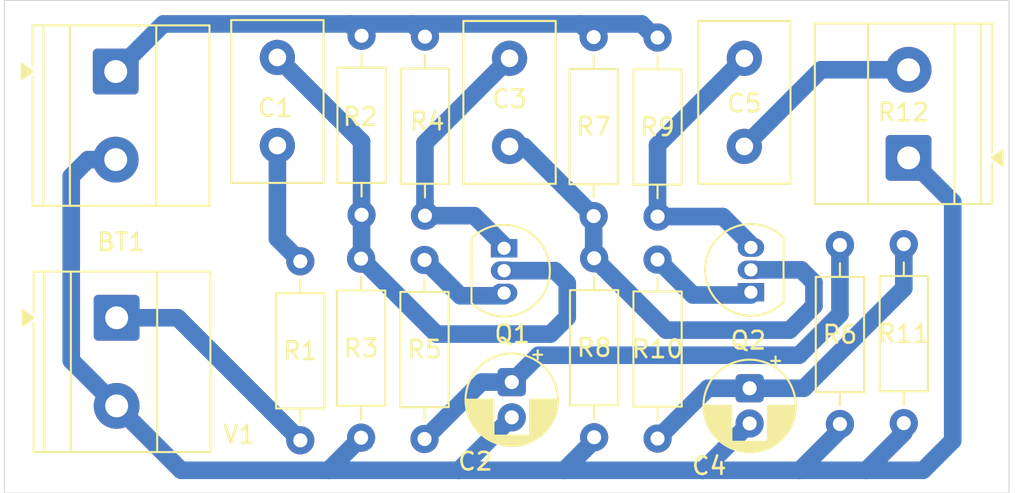
<source format=kicad_pcb>
(kicad_pcb (version 20241229) (generator "pcbnew") (generator_version "9.0")
  (title_block (title "Power_Amplifier"))
  (layers (0 "F.Cu" signal) (2 "B.Cu" signal) (13 "F.Paste" user) (15 "B.Paste" user) (5 "F.SilkS" user "F.Silkscreen") (7 "B.SilkS" user "B.Silkscreen") (1 "F.Mask" user) (3 "B.Mask" user) (25 "Edge.Cuts" user))
  (net 0 "")
  (net 1 "GND")
  (net 2 "Net-(BT1-+)")
  (net 3 "Net-(C1-Pad1)")
  (net 4 "Net-(Q1-B)")
  (net 5 "Net-(C2-Pad1)")
  (net 6 "Net-(Q2-B)")
  (net 7 "Net-(Q1-C)")
  (net 8 "Net-(C4-Pad1)")
  (net 9 "Net-(Q2-C)")
  (net 10 "Net-(C5-Pad1)")
  (net 11 "Net-(Q1-E)")
  (net 12 "Net-(Q2-E)")
  (net 13 "Net-(R1-Pad1)")
  (footprint "Resistor_THT:R_Axial_DIN0207_L6.3mm_D2.5mm_P10.16mm_Horizontal" (layer "F.Cu") (at 107.331 61.697 90)
    (property "Reference" "R9" (at 5.08 0 180) (layer "F.SilkS"))
    (property "Value" "6K")
    (fp_line (start 9.12 0) (end 8.35 0) (stroke (width 0.12)) (layer "F.SilkS"))
    (fp_line (start 1.04 0) (end 1.81 0) (stroke (width 0.12)) (layer "F.SilkS"))
    (fp_rect (start 1.81 -1.37) (end 8.35 1.37) (stroke (width 0.12)) (fill no) (layer "F.SilkS"))
    (pad "1" thru_hole circle (at 0 0 90) (size 1.6 1.6) (drill 0.8) (layers "*.Cu" "*.Mask") (net 9 "Net-(Q2-C)"))
    (pad "2" thru_hole circle (at 10.16 0 90) (size 1.6 1.6) (drill 0.8) (layers "*.Cu" "*.Mask") (net 2 "Net-(BT1-+)"))
  )
  (footprint "Resistor_THT:R_Axial_DIN0207_L6.3mm_D2.5mm_P10.16mm_Horizontal" (layer "F.Cu") (at 90.5335 61.597 90)
    (property "Reference" "R2" (at 5.561 -0.0825 180) (layer "F.SilkS"))
    (property "Value" "25K")
    (fp_line (start 9.12 0) (end 8.35 0) (stroke (width 0.12)) (layer "F.SilkS"))
    (fp_line (start 1.04 0) (end 1.81 0) (stroke (width 0.12)) (layer "F.SilkS"))
    (fp_rect (start 1.81 -1.37) (end 8.35 1.37) (stroke (width 0.12)) (fill no) (layer "F.SilkS"))
    (pad "1" thru_hole circle (at 0 0 90) (size 1.6 1.6) (drill 0.8) (layers "*.Cu" "*.Mask") (net 4 "Net-(Q1-B)"))
    (pad "2" thru_hole circle (at 10.16 0 90) (size 1.6 1.6) (drill 0.8) (layers "*.Cu" "*.Mask") (net 2 "Net-(BT1-+)"))
  )
  (footprint "Capacitor_THT:C_Disc_D9.0mm_W5.0mm_P5.00mm" (layer "F.Cu") (at 98.931 52.717 -90)
    (property "Reference" "C3" (at 2.303 0 0) (layer "F.SilkS"))
    (property "Value" "10 uF")
    (fp_line (start -2.12 2.62) (end -2.12 -2.62) (stroke (width 0.12)) (layer "F.SilkS"))
    (fp_line (start 7.12 2.62) (end -2.12 2.62) (stroke (width 0.12)) (layer "F.SilkS"))
    (fp_line (start -2.12 -2.62) (end 7.12 -2.62) (stroke (width 0.12)) (layer "F.SilkS"))
    (fp_line (start 7.12 -2.62) (end 7.12 2.62) (stroke (width 0.12)) (layer "F.SilkS"))
    (pad "1" thru_hole circle (at 0 0 270) (size 2 2) (drill 1) (layers "*.Cu" "*.Mask") (net 7 "Net-(Q1-C)"))
    (pad "2" thru_hole circle (at 5 0 270) (size 2 2) (drill 1) (layers "*.Cu" "*.Mask") (net 6 "Net-(Q2-B)"))
  )
  (footprint "Capacitor_THT:CP_Radial_D5.0mm_P2.00mm" (layer "F.Cu") (at 99.056 71.092 -90)
    (property "Reference" "C2" (at 4.502 2.065 0) (layer "F.SilkS"))
    (property "Value" "30 uF")
    (fp_line (start 1 1.04) (end 1 2.58) (stroke (width 0.12)) (layer "F.SilkS"))
    (fp_line (start 1.04 1.04) (end 1.04 2.58) (stroke (width 0.12)) (layer "F.SilkS"))
    (fp_line (start 1.08 1.04) (end 1.08 2.579) (stroke (width 0.12)) (layer "F.SilkS"))
    (fp_line (start 1.12 1.04) (end 1.12 2.577) (stroke (width 0.12)) (layer "F.SilkS"))
    (fp_line (start 1.16 1.04) (end 1.16 2.575) (stroke (width 0.12)) (layer "F.SilkS"))
    (fp_line (start 1.2 1.04) (end 1.2 2.572) (stroke (width 0.12)) (layer "F.SilkS"))
    (fp_line (start 1.24 1.04) (end 1.24 2.569) (stroke (width 0.12)) (layer "F.SilkS"))
    (fp_line (start 1.28 1.04) (end 1.28 2.565) (stroke (width 0.12)) (layer "F.SilkS"))
    (fp_line (start 1.32 1.04) (end 1.32 2.56) (stroke (width 0.12)) (layer "F.SilkS"))
    (fp_line (start 1.36 1.04) (end 1.36 2.555) (stroke (width 0.12)) (layer "F.SilkS"))
    (fp_line (start 1.4 1.04) (end 1.4 2.549) (stroke (width 0.12)) (layer "F.SilkS"))
    (fp_line (start 1.44 1.04) (end 1.44 2.543) (stroke (width 0.12)) (layer "F.SilkS"))
    (fp_line (start 1.48 1.04) (end 1.48 2.536) (stroke (width 0.12)) (layer "F.SilkS"))
    (fp_line (start 1.52 1.04) (end 1.52 2.528) (stroke (width 0.12)) (layer "F.SilkS"))
    (fp_line (start 1.56 1.04) (end 1.56 2.519) (stroke (width 0.12)) (layer "F.SilkS"))
    (fp_line (start 1.6 1.04) (end 1.6 2.51) (stroke (width 0.12)) (layer "F.SilkS"))
    (fp_line (start 1.64 1.04) (end 1.64 2.501) (stroke (width 0.12)) (layer "F.SilkS"))
    (fp_line (start 1.68 1.04) (end 1.68 2.49) (stroke (width 0.12)) (layer "F.SilkS"))
    (fp_line (start 1.72 1.04) (end 1.72 2.479) (stroke (width 0.12)) (layer "F.SilkS"))
    (fp_line (start 1.76 1.04) (end 1.76 2.467) (stroke (width 0.12)) (layer "F.SilkS"))
    (fp_line (start 1.8 1.04) (end 1.8 2.455) (stroke (width 0.12)) (layer "F.SilkS"))
    (fp_line (start 1.84 1.04) (end 1.84 2.442) (stroke (width 0.12)) (layer "F.SilkS"))
    (fp_line (start 1.88 1.04) (end 1.88 2.428) (stroke (width 0.12)) (layer "F.SilkS"))
    (fp_line (start 1.92 1.04) (end 1.92 2.413) (stroke (width 0.12)) (layer "F.SilkS"))
    (fp_line (start 1.96 1.04) (end 1.96 2.398) (stroke (width 0.12)) (layer "F.SilkS"))
    (fp_line (start 2 1.04) (end 2 2.382) (stroke (width 0.12)) (layer "F.SilkS"))
    (fp_line (start 2.04 1.04) (end 2.04 2.365) (stroke (width 0.12)) (layer "F.SilkS"))
    (fp_line (start 2.08 1.04) (end 2.08 2.347) (stroke (width 0.12)) (layer "F.SilkS"))
    (fp_line (start 2.12 1.04) (end 2.12 2.329) (stroke (width 0.12)) (layer "F.SilkS"))
    (fp_line (start 2.16 1.04) (end 2.16 2.309) (stroke (width 0.12)) (layer "F.SilkS"))
    (fp_line (start 2.2 1.04) (end 2.2 2.289) (stroke (width 0.12)) (layer "F.SilkS"))
    (fp_line (start 2.24 1.04) (end 2.24 2.268) (stroke (width 0.12)) (layer "F.SilkS"))
    (fp_line (start 2.28 1.04) (end 2.28 2.246) (stroke (width 0.12)) (layer "F.SilkS"))
    (fp_line (start 2.32 1.04) (end 2.32 2.223) (stroke (width 0.12)) (layer "F.SilkS"))
    (fp_line (start 2.36 1.04) (end 2.36 2.199) (stroke (width 0.12)) (layer "F.SilkS"))
    (fp_line (start 2.4 1.04) (end 2.4 2.175) (stroke (width 0.12)) (layer "F.SilkS"))
    (fp_line (start 2.44 1.04) (end 2.44 2.149) (stroke (width 0.12)) (layer "F.SilkS"))
    (fp_line (start 2.48 1.04) (end 2.48 2.122) (stroke (width 0.12)) (layer "F.SilkS"))
    (fp_line (start 2.52 1.04) (end 2.52 2.094) (stroke (width 0.12)) (layer "F.SilkS"))
    (fp_line (start 2.56 1.04) (end 2.56 2.065) (stroke (width 0.12)) (layer "F.SilkS"))
    (fp_line (start 2.6 1.04) (end 2.6 2.035) (stroke (width 0.12)) (layer "F.SilkS"))
    (fp_line (start 2.64 1.04) (end 2.64 2.003) (stroke (width 0.12)) (layer "F.SilkS"))
    (fp_line (start 2.68 1.04) (end 2.68 1.97) (stroke (width 0.12)) (layer "F.SilkS"))
    (fp_line (start 2.72 1.04) (end 2.72 1.936) (stroke (width 0.12)) (layer "F.SilkS"))
    (fp_line (start 2.76 1.04) (end 2.76 1.901) (stroke (width 0.12)) (layer "F.SilkS"))
    (fp_line (start 2.8 1.04) (end 2.8 1.864) (stroke (width 0.12)) (layer "F.SilkS"))
    (fp_line (start 2.84 1.04) (end 2.84 1.825) (stroke (width 0.12)) (layer "F.SilkS"))
    (fp_line (start 2.88 1.04) (end 2.88 1.785) (stroke (width 0.12)) (layer "F.SilkS"))
    (fp_line (start 2.92 1.04) (end 2.92 1.743) (stroke (width 0.12)) (layer "F.SilkS"))
    (fp_line (start 2.96 1.04) (end 2.96 1.699) (stroke (width 0.12)) (layer "F.SilkS"))
    (fp_line (start 3 1.04) (end 3 1.652) (stroke (width 0.12)) (layer "F.SilkS"))
    (fp_line (start 3.6 -0.283) (end 3.6 0.283) (stroke (width 0.12)) (layer "F.SilkS"))
    (fp_line (start 3.56 -0.517) (end 3.56 0.517) (stroke (width 0.12)) (layer "F.SilkS"))
    (fp_line (start 3.52 -0.677) (end 3.52 0.677) (stroke (width 0.12)) (layer "F.SilkS"))
    (fp_line (start 3.48 -0.805) (end 3.48 0.805) (stroke (width 0.12)) (layer "F.SilkS"))
    (fp_line (start 3.44 -0.914) (end 3.44 0.914) (stroke (width 0.12)) (layer "F.SilkS"))
    (fp_line (start 3.4 -1.011) (end 3.4 1.011) (stroke (width 0.12)) (layer "F.SilkS"))
    (fp_line (start 3.36 -1.098) (end 3.36 1.098) (stroke (width 0.12)) (layer "F.SilkS"))
    (fp_line (start 3.32 -1.177) (end 3.32 1.177) (stroke (width 0.12)) (layer "F.SilkS"))
    (fp_line (start 3.28 -1.251) (end 3.28 1.251) (stroke (width 0.12)) (layer "F.SilkS"))
    (fp_line (start 3.24 -1.319) (end 3.24 1.319) (stroke (width 0.12)) (layer "F.SilkS"))
    (fp_line (start 3.2 -1.383) (end 3.2 1.383) (stroke (width 0.12)) (layer "F.SilkS"))
    (fp_line (start 3.16 -1.443) (end 3.16 1.443) (stroke (width 0.12)) (layer "F.SilkS"))
    (fp_line (start -1.804775 -1.475) (end -1.304775 -1.475) (stroke (width 0.12)) (layer "F.SilkS"))
    (fp_line (start 3.12 -1.499) (end 3.12 1.499) (stroke (width 0.12)) (layer "F.SilkS"))
    (fp_line (start 3.08 -1.553) (end 3.08 1.553) (stroke (width 0.12)) (layer "F.SilkS"))
    (fp_line (start 3.04 -1.604) (end 3.04 1.604) (stroke (width 0.12)) (layer "F.SilkS"))
    (fp_line (start 3 -1.652) (end 3 -1.04) (stroke (width 0.12)) (layer "F.SilkS"))
    (fp_line (start 2.96 -1.699) (end 2.96 -1.04) (stroke (width 0.12)) (layer "F.SilkS"))
    (fp_line (start -1.554775 -1.725) (end -1.554775 -1.225) (stroke (width 0.12)) (layer "F.SilkS"))
    (fp_line (start 2.92 -1.743) (end 2.92 -1.04) (stroke (width 0.12)) (layer "F.SilkS"))
    (fp_line (start 2.88 -1.785) (end 2.88 -1.04) (stroke (width 0.12)) (layer "F.SilkS"))
    (fp_line (start 2.84 -1.825) (end 2.84 -1.04) (stroke (width 0.12)) (layer "F.SilkS"))
    (fp_line (start 2.8 -1.864) (end 2.8 -1.04) (stroke (width 0.12)) (layer "F.SilkS"))
    (fp_line (start 2.76 -1.901) (end 2.76 -1.04) (stroke (width 0.12)) (layer "F.SilkS"))
    (fp_line (start 2.72 -1.936) (end 2.72 -1.04) (stroke (width 0.12)) (layer "F.SilkS"))
    (fp_line (start 2.68 -1.97) (end 2.68 -1.04) (stroke (width 0.12)) (layer "F.SilkS"))
    (fp_line (start 2.64 -2.003) (end 2.64 -1.04) (stroke (width 0.12)) (layer "F.SilkS"))
    (fp_line (start 2.6 -2.035) (end 2.6 -1.04) (stroke (width 0.12)) (layer "F.SilkS"))
    (fp_line (start 2.56 -2.065) (end 2.56 -1.04) (stroke (width 0.12)) (layer "F.SilkS"))
    (fp_line (start 2.52 -2.094) (end 2.52 -1.04) (stroke (width 0.12)) (layer "F.SilkS"))
    (fp_line (start 2.48 -2.122) (end 2.48 -1.04) (stroke (width 0.12)) (layer "F.SilkS"))
    (fp_line (start 2.44 -2.149) (end 2.44 -1.04) (stroke (width 0.12)) (layer "F.SilkS"))
    (fp_line (start 2.4 -2.175) (end 2.4 -1.04) (stroke (width 0.12)) (layer "F.SilkS"))
    (fp_line (start 2.36 -2.199) (end 2.36 -1.04) (stroke (width 0.12)) (layer "F.SilkS"))
    (fp_line (start 2.32 -2.223) (end 2.32 -1.04) (stroke (width 0.12)) (layer "F.SilkS"))
    (fp_line (start 2.28 -2.246) (end 2.28 -1.04) (stroke (width 0.12)) (layer "F.SilkS"))
    (fp_line (start 2.24 -2.268) (end 2.24 -1.04) (stroke (width 0.12)) (layer "F.SilkS"))
    (fp_line (start 2.2 -2.289) (end 2.2 -1.04) (stroke (width 0.12)) (layer "F.SilkS"))
    (fp_line (start 2.16 -2.309) (end 2.16 -1.04) (stroke (width 0.12)) (layer "F.SilkS"))
    (fp_line (start 2.12 -2.329) (end 2.12 -1.04) (stroke (width 0.12)) (layer "F.SilkS"))
    (fp_line (start 2.08 -2.347) (end 2.08 -1.04) (stroke (width 0.12)) (layer "F.SilkS"))
    (fp_line (start 2.04 -2.365) (end 2.04 -1.04) (stroke (width 0.12)) (layer "F.SilkS"))
    (fp_line (start 2 -2.382) (end 2 -1.04) (stroke (width 0.12)) (layer "F.SilkS"))
    (fp_line (start 1.96 -2.398) (end 1.96 -1.04) (stroke (width 0.12)) (layer "F.SilkS"))
    (fp_line (start 1.92 -2.413) (end 1.92 -1.04) (stroke (width 0.12)) (layer "F.SilkS"))
    (fp_line (start 1.88 -2.428) (end 1.88 -1.04) (stroke (width 0.12)) (layer "F.SilkS"))
    (fp_line (start 1.84 -2.442) (end 1.84 -1.04) (stroke (width 0.12)) (layer "F.SilkS"))
    (fp_line (start 1.8 -2.455) (end 1.8 -1.04) (stroke (width 0.12)) (layer "F.SilkS"))
    (fp_line (start 1.76 -2.467) (end 1.76 -1.04) (stroke (width 0.12)) (layer "F.SilkS"))
    (fp_line (start 1.72 -2.479) (end 1.72 -1.04) (stroke (width 0.12)) (layer "F.SilkS"))
    (fp_line (start 1.68 -2.49) (end 1.68 -1.04) (stroke (width 0.12)) (layer "F.SilkS"))
    (fp_line (start 1.64 -2.501) (end 1.64 -1.04) (stroke (width 0.12)) (layer "F.SilkS"))
    (fp_line (start 1.6 -2.51) (end 1.6 -1.04) (stroke (width 0.12)) (layer "F.SilkS"))
    (fp_line (start 1.56 -2.519) (end 1.56 -1.04) (stroke (width 0.12)) (layer "F.SilkS"))
    (fp_line (start 1.52 -2.528) (end 1.52 -1.04) (stroke (width 0.12)) (layer "F.SilkS"))
    (fp_line (start 1.48 -2.536) (end 1.48 -1.04) (stroke (width 0.12)) (layer "F.SilkS"))
    (fp_line (start 1.44 -2.543) (end 1.44 -1.04) (stroke (width 0.12)) (layer "F.SilkS"))
    (fp_line (start 1.4 -2.549) (end 1.4 -1.04) (stroke (width 0.12)) (layer "F.SilkS"))
    (fp_line (start 1.36 -2.555) (end 1.36 -1.04) (stroke (width 0.12)) (layer "F.SilkS"))
    (fp_line (start 1.32 -2.56) (end 1.32 -1.04) (stroke (width 0.12)) (layer "F.SilkS"))
    (fp_line (start 1.28 -2.565) (end 1.28 -1.04) (stroke (width 0.12)) (layer "F.SilkS"))
    (fp_line (start 1.24 -2.569) (end 1.24 -1.04) (stroke (width 0.12)) (layer "F.SilkS"))
    (fp_line (start 1.2 -2.572) (end 1.2 -1.04) (stroke (width 0.12)) (layer "F.SilkS"))
    (fp_line (start 1.16 -2.575) (end 1.16 -1.04) (stroke (width 0.12)) (layer "F.SilkS"))
    (fp_line (start 1.12 -2.577) (end 1.12 -1.04) (stroke (width 0.12)) (layer "F.SilkS"))
    (fp_line (start 1.08 -2.579) (end 1.08 -1.04) (stroke (width 0.12)) (layer "F.SilkS"))
    (fp_line (start 1 -2.58) (end 1 -1.04) (stroke (width 0.12)) (layer "F.SilkS"))
    (fp_line (start 1.04 -2.58) (end 1.04 -1.04) (stroke (width 0.12)) (layer "F.SilkS"))
    (fp_circle (center 1 0) (end 3.62 0) (stroke (width 0.12)) (fill no) (layer "F.SilkS"))
    (pad "1" thru_hole roundrect (at 0 0 270) (size 1.6 1.6) (drill 0.8) (layers "*.Cu" "*.Mask") (roundrect_rratio 0.15625) (net 5 "Net-(C2-Pad1)"))
    (pad "2" thru_hole circle (at 2 0 270) (size 1.6 1.6) (drill 0.8) (layers "*.Cu" "*.Mask") (net 1 "GND"))
  )
  (footprint "TerminalBlock_Phoenix:TerminalBlock_Phoenix_MKDS-1,5-2_1x02_P5.00mm_Horizontal" (layer "F.Cu") (at 76.6335 67.442 -90)
    (property "Reference" "V1" (at 6.628 -6.9595 180) (layer "F.SilkS"))
    (property "Value" "VSIN")
    (fp_line (start -2.62 4.72) (end -2.62 -5.32) (stroke (width 0.12)) (layer "F.SilkS"))
    (fp_line (start -0.3 4.72) (end -2.62 4.72) (stroke (width 0.12)) (layer "F.SilkS"))
    (fp_line (start 7.62 4.72) (end 0.3 4.72) (stroke (width 0.12)) (layer "F.SilkS"))
    (fp_line (start -2.62 4.1) (end 7.62 4.1) (stroke (width 0.12)) (layer "F.SilkS"))
    (fp_line (start -2.62 2.6) (end 7.62 2.6) (stroke (width 0.12)) (layer "F.SilkS"))
    (fp_line (start -2.62 -2.3) (end 7.62 -2.3) (stroke (width 0.12)) (layer "F.SilkS"))
    (fp_line (start -2.62 -5.32) (end 7.62 -5.32) (stroke (width 0.12)) (layer "F.SilkS"))
    (fp_line (start 7.62 -5.32) (end 7.62 4.72) (stroke (width 0.12)) (layer "F.SilkS"))
    (fp_poly (pts (xy 0 4.72) (xy 0.44 5.33) (xy -0.44 5.33)) (stroke (width 0.12)) (fill yes) (layer "F.SilkS"))
    (pad "1" thru_hole roundrect (at 0 0 270) (size 2.6 2.6) (drill 1.3) (layers "*.Cu" "*.Mask") (roundrect_rratio 0.096154) (net 13 "Net-(R1-Pad1)"))
    (pad "2" thru_hole circle (at 5 0 270) (size 2.6 2.6) (drill 1.3) (layers "*.Cu" "*.Mask") (net 1 "GND"))
  )
  (footprint "Resistor_THT:R_Axial_DIN0207_L6.3mm_D2.5mm_P10.16mm_Horizontal" (layer "F.Cu") (at 94.131 61.647 90)
    (property "Reference" "R4" (at 5.357 0.13 180) (layer "F.SilkS"))
    (property "Value" "3K")
    (fp_line (start 9.12 0) (end 8.35 0) (stroke (width 0.12)) (layer "F.SilkS"))
    (fp_line (start 1.04 0) (end 1.81 0) (stroke (width 0.12)) (layer "F.SilkS"))
    (fp_rect (start 1.81 -1.37) (end 8.35 1.37) (stroke (width 0.12)) (fill no) (layer "F.SilkS"))
    (pad "1" thru_hole circle (at 0 0 90) (size 1.6 1.6) (drill 0.8) (layers "*.Cu" "*.Mask") (net 7 "Net-(Q1-C)"))
    (pad "2" thru_hole circle (at 10.16 0 90) (size 1.6 1.6) (drill 0.8) (layers "*.Cu" "*.Mask") (net 2 "Net-(BT1-+)"))
  )
  (footprint "Resistor_THT:R_Axial_DIN0207_L6.3mm_D2.5mm_P10.16mm_Horizontal" (layer "F.Cu") (at 94.106 74.322 90)
    (property "Reference" "R5" (at 5.08 0 180) (layer "F.SilkS"))
    (property "Value" "150R")
    (fp_line (start 9.12 0) (end 8.35 0) (stroke (width 0.12)) (layer "F.SilkS"))
    (fp_line (start 1.04 0) (end 1.81 0) (stroke (width 0.12)) (layer "F.SilkS"))
    (fp_rect (start 1.81 -1.37) (end 8.35 1.37) (stroke (width 0.12)) (fill no) (layer "F.SilkS"))
    (pad "1" thru_hole circle (at 0 0 90) (size 1.6 1.6) (drill 0.8) (layers "*.Cu" "*.Mask") (net 5 "Net-(C2-Pad1)"))
    (pad "2" thru_hole circle (at 10.16 0 90) (size 1.6 1.6) (drill 0.8) (layers "*.Cu" "*.Mask") (net 11 "Net-(Q1-E)"))
  )
  (footprint "Resistor_THT:R_Axial_DIN0207_L6.3mm_D2.5mm_P10.16mm_Horizontal" (layer "F.Cu") (at 103.706 61.672 90)
    (property "Reference" "R7" (at 5.08 0 180) (layer "F.SilkS"))
    (property "Value" "100K")
    (fp_line (start 9.12 0) (end 8.35 0) (stroke (width 0.12)) (layer "F.SilkS"))
    (fp_line (start 1.04 0) (end 1.81 0) (stroke (width 0.12)) (layer "F.SilkS"))
    (fp_rect (start 1.81 -1.37) (end 8.35 1.37) (stroke (width 0.12)) (fill no) (layer "F.SilkS"))
    (pad "1" thru_hole circle (at 0 0 90) (size 1.6 1.6) (drill 0.8) (layers "*.Cu" "*.Mask") (net 6 "Net-(Q2-B)"))
    (pad "2" thru_hole circle (at 10.16 0 90) (size 1.6 1.6) (drill 0.8) (layers "*.Cu" "*.Mask") (net 2 "Net-(BT1-+)"))
  )
  (footprint "Package_TO_SOT_THT:TO-92_Inline" (layer "F.Cu") (at 98.621 63.497 -90)
    (property "Reference" "Q1" (at 4.87 -0.46 180) (layer "F.SilkS"))
    (property "Value" "BC547")
    (fp_line (start -0.53 1.85) (end 3.07 1.85) (stroke (width 0.12)) (layer "F.SilkS"))
    (fp_arc (start -0.568478 1.838478) (mid -1.132087 -0.994977) (end 1.27 -2.6) (stroke (width 0.12)) (layer "F.SilkS"))
    (fp_arc (start 1.27 -2.6) (mid 3.672087 -0.994977) (end 3.108478 1.838478) (stroke (width 0.12)) (layer "F.SilkS"))
    (pad "1" thru_hole rect (at 0 0 270) (size 1.05 1.5) (drill 0.75) (layers "*.Cu" "*.Mask") (net 7 "Net-(Q1-C)"))
    (pad "2" thru_hole oval (at 1.27 0 270) (size 1.05 1.5) (drill 0.75) (layers "*.Cu" "*.Mask") (net 4 "Net-(Q1-B)"))
    (pad "3" thru_hole oval (at 2.54 0 270) (size 1.05 1.5) (drill 0.75) (layers "*.Cu" "*.Mask") (net 11 "Net-(Q1-E)"))
  )
  (footprint "Resistor_THT:R_Axial_DIN0207_L6.3mm_D2.5mm_P10.16mm_Horizontal" (layer "F.Cu") (at 90.506 74.247 90)
    (property "Reference" "R3" (at 5.08 0 180) (layer "F.SilkS"))
    (property "Value" "4K5")
    (fp_line (start 9.12 0) (end 8.35 0) (stroke (width 0.12)) (layer "F.SilkS"))
    (fp_line (start 1.04 0) (end 1.81 0) (stroke (width 0.12)) (layer "F.SilkS"))
    (fp_rect (start 1.81 -1.37) (end 8.35 1.37) (stroke (width 0.12)) (fill no) (layer "F.SilkS"))
    (pad "1" thru_hole circle (at 0 0 90) (size 1.6 1.6) (drill 0.8) (layers "*.Cu" "*.Mask") (net 1 "GND"))
    (pad "2" thru_hole circle (at 10.16 0 90) (size 1.6 1.6) (drill 0.8) (layers "*.Cu" "*.Mask") (net 4 "Net-(Q1-B)"))
  )
  (footprint "Capacitor_THT:C_Disc_D9.0mm_W5.0mm_P5.00mm" (layer "F.Cu") (at 112.256 57.717 90)
    (property "Reference" "C5" (at 2.443 0 180) (layer "F.SilkS"))
    (property "Value" "10 uF")
    (fp_line (start 7.12 -2.62) (end 7.12 2.62) (stroke (width 0.12)) (layer "F.SilkS"))
    (fp_line (start -2.12 -2.62) (end 7.12 -2.62) (stroke (width 0.12)) (layer "F.SilkS"))
    (fp_line (start 7.12 2.62) (end -2.12 2.62) (stroke (width 0.12)) (layer "F.SilkS"))
    (fp_line (start -2.12 2.62) (end -2.12 -2.62) (stroke (width 0.12)) (layer "F.SilkS"))
    (pad "1" thru_hole circle (at 0 0 90) (size 2 2) (drill 1) (layers "*.Cu" "*.Mask") (net 10 "Net-(C5-Pad1)"))
    (pad "2" thru_hole circle (at 5 0 90) (size 2 2) (drill 1) (layers "*.Cu" "*.Mask") (net 9 "Net-(Q2-C)"))
  )
  (footprint "Resistor_THT:R_Axial_DIN0207_L6.3mm_D2.5mm_P10.16mm_Horizontal" (layer "F.Cu") (at 103.731 74.222 90)
    (property "Reference" "R8" (at 5.08 0 180) (layer "F.SilkS"))
    (property "Value" "55K")
    (fp_line (start 9.12 0) (end 8.35 0) (stroke (width 0.12)) (layer "F.SilkS"))
    (fp_line (start 1.04 0) (end 1.81 0) (stroke (width 0.12)) (layer "F.SilkS"))
    (fp_rect (start 1.81 -1.37) (end 8.35 1.37) (stroke (width 0.12)) (fill no) (layer "F.SilkS"))
    (pad "1" thru_hole circle (at 0 0 90) (size 1.6 1.6) (drill 0.8) (layers "*.Cu" "*.Mask") (net 1 "GND"))
    (pad "2" thru_hole circle (at 10.16 0 90) (size 1.6 1.6) (drill 0.8) (layers "*.Cu" "*.Mask") (net 6 "Net-(Q2-B)"))
  )
  (footprint "Resistor_THT:R_Axial_DIN0207_L6.3mm_D2.5mm_P10.16mm_Horizontal" (layer "F.Cu") (at 107.331 74.297 90)
    (property "Reference" "R10" (at 5.08 0 180) (layer "F.SilkS"))
    (property "Value" "150R")
    (fp_line (start 9.12 0) (end 8.35 0) (stroke (width 0.12)) (layer "F.SilkS"))
    (fp_line (start 1.04 0) (end 1.81 0) (stroke (width 0.12)) (layer "F.SilkS"))
    (fp_rect (start 1.81 -1.37) (end 8.35 1.37) (stroke (width 0.12)) (fill no) (layer "F.SilkS"))
    (pad "1" thru_hole circle (at 0 0 90) (size 1.6 1.6) (drill 0.8) (layers "*.Cu" "*.Mask") (net 8 "Net-(C4-Pad1)"))
    (pad "2" thru_hole circle (at 10.16 0 90) (size 1.6 1.6) (drill 0.8) (layers "*.Cu" "*.Mask") (net 12 "Net-(Q2-E)"))
  )
  (footprint "Resistor_THT:R_Axial_DIN0207_L6.3mm_D2.5mm_P10.16mm_Horizontal" (layer "F.Cu") (at 117.681 73.472 90)
    (property "Reference" "R6" (at 5.08 0 180) (layer "F.SilkS"))
    (property "Value" "350R")
    (fp_line (start 9.12 0) (end 8.35 0) (stroke (width 0.12)) (layer "F.SilkS"))
    (fp_line (start 1.04 0) (end 1.81 0) (stroke (width 0.12)) (layer "F.SilkS"))
    (fp_rect (start 1.81 -1.37) (end 8.35 1.37) (stroke (width 0.12)) (fill no) (layer "F.SilkS"))
    (pad "1" thru_hole circle (at 0 0 90) (size 1.6 1.6) (drill 0.8) (layers "*.Cu" "*.Mask") (net 1 "GND"))
    (pad "2" thru_hole circle (at 10.16 0 90) (size 1.6 1.6) (drill 0.8) (layers "*.Cu" "*.Mask") (net 5 "Net-(C2-Pad1)"))
  )
  (footprint "Capacitor_THT:C_Disc_D9.0mm_W5.0mm_P5.00mm" (layer "F.Cu") (at 85.756 57.667 90)
    (property "Reference" "C1" (at 2.139 -0.1275 180) (layer "F.SilkS"))
    (property "Value" "10 uF")
    (fp_line (start 7.12 -2.62) (end 7.12 2.62) (stroke (width 0.12)) (layer "F.SilkS"))
    (fp_line (start -2.12 -2.62) (end 7.12 -2.62) (stroke (width 0.12)) (layer "F.SilkS"))
    (fp_line (start 7.12 2.62) (end -2.12 2.62) (stroke (width 0.12)) (layer "F.SilkS"))
    (fp_line (start -2.12 2.62) (end -2.12 -2.62) (stroke (width 0.12)) (layer "F.SilkS"))
    (pad "1" thru_hole circle (at 0 0 90) (size 2 2) (drill 1) (layers "*.Cu" "*.Mask") (net 3 "Net-(C1-Pad1)"))
    (pad "2" thru_hole circle (at 5 0 90) (size 2 2) (drill 1) (layers "*.Cu" "*.Mask") (net 4 "Net-(Q1-B)"))
  )
  (footprint "TerminalBlock_Phoenix:TerminalBlock_Phoenix_MKDS-1,5-2_1x02_P5.00mm_Horizontal" (layer "F.Cu") (at 121.5785 58.367 90)
    (property "Reference" "R12" (at 2.585 -0.3 180) (layer "F.SilkS"))
    (property "Value" "4K7")
    (fp_line (start 7.62 -5.32) (end 7.62 4.72) (stroke (width 0.12)) (layer "F.SilkS"))
    (fp_line (start -2.62 -5.32) (end 7.62 -5.32) (stroke (width 0.12)) (layer "F.SilkS"))
    (fp_line (start -2.62 -2.3) (end 7.62 -2.3) (stroke (width 0.12)) (layer "F.SilkS"))
    (fp_line (start -2.62 2.6) (end 7.62 2.6) (stroke (width 0.12)) (layer "F.SilkS"))
    (fp_line (start -2.62 4.1) (end 7.62 4.1) (stroke (width 0.12)) (layer "F.SilkS"))
    (fp_line (start 7.62 4.72) (end 0.3 4.72) (stroke (width 0.12)) (layer "F.SilkS"))
    (fp_line (start -0.3 4.72) (end -2.62 4.72) (stroke (width 0.12)) (layer "F.SilkS"))
    (fp_line (start -2.62 4.72) (end -2.62 -5.32) (stroke (width 0.12)) (layer "F.SilkS"))
    (fp_poly (pts (xy 0 4.72) (xy 0.44 5.33) (xy -0.44 5.33)) (stroke (width 0.12)) (fill yes) (layer "F.SilkS"))
    (pad "1" thru_hole roundrect (at 0 0 90) (size 2.6 2.6) (drill 1.3) (layers "*.Cu" "*.Mask") (roundrect_rratio 0.096154) (net 1 "GND"))
    (pad "2" thru_hole circle (at 5 0 90) (size 2.6 2.6) (drill 1.3) (layers "*.Cu" "*.Mask") (net 10 "Net-(C5-Pad1)"))
  )
  (footprint "Resistor_THT:R_Axial_DIN0207_L6.3mm_D2.5mm_P10.16mm_Horizontal" (layer "F.Cu") (at 121.306 73.422 90)
    (property "Reference" "R11" (at 5.08 0 180) (layer "F.SilkS"))
    (property "Value" "2K85")
    (fp_line (start 9.12 0) (end 8.35 0) (stroke (width 0.12)) (layer "F.SilkS"))
    (fp_line (start 1.04 0) (end 1.81 0) (stroke (width 0.12)) (layer "F.SilkS"))
    (fp_rect (start 1.81 -1.37) (end 8.35 1.37) (stroke (width 0.12)) (fill no) (layer "F.SilkS"))
    (pad "1" thru_hole circle (at 0 0 90) (size 1.6 1.6) (drill 0.8) (layers "*.Cu" "*.Mask") (net 1 "GND"))
    (pad "2" thru_hole circle (at 10.16 0 90) (size 1.6 1.6) (drill 0.8) (layers "*.Cu" "*.Mask") (net 8 "Net-(C4-Pad1)"))
  )
  (footprint "Package_TO_SOT_THT:TO-92_Inline" (layer "F.Cu") (at 112.631 65.992 90)
    (property "Reference" "Q2" (at -2.735 -0.15 180) (layer "F.SilkS"))
    (property "Value" "2N3904")
    (fp_line (start -0.53 1.85) (end 3.07 1.85) (stroke (width 0.12)) (layer "F.SilkS"))
    (fp_arc (start 1.27 -2.6) (mid 3.672087 -0.994977) (end 3.108478 1.838478) (stroke (width 0.12)) (layer "F.SilkS"))
    (fp_arc (start -0.568478 1.838478) (mid -1.132087 -0.994977) (end 1.27 -2.6) (stroke (width 0.12)) (layer "F.SilkS"))
    (pad "1" thru_hole rect (at 0 0 90) (size 1.05 1.5) (drill 0.75) (layers "*.Cu" "*.Mask") (net 12 "Net-(Q2-E)"))
    (pad "2" thru_hole oval (at 1.27 0 90) (size 1.05 1.5) (drill 0.75) (layers "*.Cu" "*.Mask") (net 6 "Net-(Q2-B)"))
    (pad "3" thru_hole oval (at 2.54 0 90) (size 1.05 1.5) (drill 0.75) (layers "*.Cu" "*.Mask") (net 9 "Net-(Q2-C)"))
  )
  (footprint "TerminalBlock_Phoenix:TerminalBlock_Phoenix_MKDS-1,5-2_1x02_P5.00mm_Horizontal" (layer "F.Cu") (at 76.581 53.467 -90)
    (property "Reference" "BT1" (at 9.681 -0.3 180) (layer "F.SilkS"))
    (property "Value" "12V")
    (fp_line (start -2.62 4.72) (end -2.62 -5.32) (stroke (width 0.12)) (layer "F.SilkS"))
    (fp_line (start -0.3 4.72) (end -2.62 4.72) (stroke (width 0.12)) (layer "F.SilkS"))
    (fp_line (start 7.62 4.72) (end 0.3 4.72) (stroke (width 0.12)) (layer "F.SilkS"))
    (fp_line (start -2.62 4.1) (end 7.62 4.1) (stroke (width 0.12)) (layer "F.SilkS"))
    (fp_line (start -2.62 2.6) (end 7.62 2.6) (stroke (width 0.12)) (layer "F.SilkS"))
    (fp_line (start -2.62 -2.3) (end 7.62 -2.3) (stroke (width 0.12)) (layer "F.SilkS"))
    (fp_line (start -2.62 -5.32) (end 7.62 -5.32) (stroke (width 0.12)) (layer "F.SilkS"))
    (fp_line (start 7.62 -5.32) (end 7.62 4.72) (stroke (width 0.12)) (layer "F.SilkS"))
    (fp_poly (pts (xy 0 4.72) (xy 0.44 5.33) (xy -0.44 5.33)) (stroke (width 0.12)) (fill yes) (layer "F.SilkS"))
    (pad "1" thru_hole roundrect (at 0 0 270) (size 2.6 2.6) (drill 1.3) (layers "*.Cu" "*.Mask") (roundrect_rratio 0.096154) (net 2 "Net-(BT1-+)"))
    (pad "2" thru_hole circle (at 5 0 270) (size 2.6 2.6) (drill 1.3) (layers "*.Cu" "*.Mask") (net 1 "GND"))
  )
  (footprint "Capacitor_THT:CP_Radial_D5.0mm_P2.00mm" (layer "F.Cu") (at 112.556 71.441888 -90)
    (property "Reference" "C4" (at 4.406112 2.293 0) (layer "F.SilkS"))
    (property "Value" "30 uF")
    (fp_line (start 1 1.04) (end 1 2.58) (stroke (width 0.12)) (layer "F.SilkS"))
    (fp_line (start 1.04 1.04) (end 1.04 2.58) (stroke (width 0.12)) (layer "F.SilkS"))
    (fp_line (start 1.08 1.04) (end 1.08 2.579) (stroke (width 0.12)) (layer "F.SilkS"))
    (fp_line (start 1.12 1.04) (end 1.12 2.577) (stroke (width 0.12)) (layer "F.SilkS"))
    (fp_line (start 1.16 1.04) (end 1.16 2.575) (stroke (width 0.12)) (layer "F.SilkS"))
    (fp_line (start 1.2 1.04) (end 1.2 2.572) (stroke (width 0.12)) (layer "F.SilkS"))
    (fp_line (start 1.24 1.04) (end 1.24 2.569) (stroke (width 0.12)) (layer "F.SilkS"))
    (fp_line (start 1.28 1.04) (end 1.28 2.565) (stroke (width 0.12)) (layer "F.SilkS"))
    (fp_line (start 1.32 1.04) (end 1.32 2.56) (stroke (width 0.12)) (layer "F.SilkS"))
    (fp_line (start 1.36 1.04) (end 1.36 2.555) (stroke (width 0.12)) (layer "F.SilkS"))
    (fp_line (start 1.4 1.04) (end 1.4 2.549) (stroke (width 0.12)) (layer "F.SilkS"))
    (fp_line (start 1.44 1.04) (end 1.44 2.543) (stroke (width 0.12)) (layer "F.SilkS"))
    (fp_line (start 1.48 1.04) (end 1.48 2.536) (stroke (width 0.12)) (layer "F.SilkS"))
    (fp_line (start 1.52 1.04) (end 1.52 2.528) (stroke (width 0.12)) (layer "F.SilkS"))
    (fp_line (start 1.56 1.04) (end 1.56 2.519) (stroke (width 0.12)) (layer "F.SilkS"))
    (fp_line (start 1.6 1.04) (end 1.6 2.51) (stroke (width 0.12)) (layer "F.SilkS"))
    (fp_line (start 1.64 1.04) (end 1.64 2.501) (stroke (width 0.12)) (layer "F.SilkS"))
    (fp_line (start 1.68 1.04) (end 1.68 2.49) (stroke (width 0.12)) (layer "F.SilkS"))
    (fp_line (start 1.72 1.04) (end 1.72 2.479) (stroke (width 0.12)) (layer "F.SilkS"))
    (fp_line (start 1.76 1.04) (end 1.76 2.467) (stroke (width 0.12)) (layer "F.SilkS"))
    (fp_line (start 1.8 1.04) (end 1.8 2.455) (stroke (width 0.12)) (layer "F.SilkS"))
    (fp_line (start 1.84 1.04) (end 1.84 2.442) (stroke (width 0.12)) (layer "F.SilkS"))
    (fp_line (start 1.88 1.04) (end 1.88 2.428) (stroke (width 0.12)) (layer "F.SilkS"))
    (fp_line (start 1.92 1.04) (end 1.92 2.413) (stroke (width 0.12)) (layer "F.SilkS"))
    (fp_line (start 1.96 1.04) (end 1.96 2.398) (stroke (width 0.12)) (layer "F.SilkS"))
    (fp_line (start 2 1.04) (end 2 2.382) (stroke (width 0.12)) (layer "F.SilkS"))
    (fp_line (start 2.04 1.04) (end 2.04 2.365) (stroke (width 0.12)) (layer "F.SilkS"))
    (fp_line (start 2.08 1.04) (end 2.08 2.347) (stroke (width 0.12)) (layer "F.SilkS"))
    (fp_line (start 2.12 1.04) (end 2.12 2.329) (stroke (width 0.12)) (layer "F.SilkS"))
    (fp_line (start 2.16 1.04) (end 2.16 2.309) (stroke (width 0.12)) (layer "F.SilkS"))
    (fp_line (start 2.2 1.04) (end 2.2 2.289) (stroke (width 0.12)) (layer "F.SilkS"))
    (fp_line (start 2.24 1.04) (end 2.24 2.268) (stroke (width 0.12)) (layer "F.SilkS"))
    (fp_line (start 2.28 1.04) (end 2.28 2.246) (stroke (width 0.12)) (layer "F.SilkS"))
    (fp_line (start 2.32 1.04) (end 2.32 2.223) (stroke (width 0.12)) (layer "F.SilkS"))
    (fp_line (start 2.36 1.04) (end 2.36 2.199) (stroke (width 0.12)) (layer "F.SilkS"))
    (fp_line (start 2.4 1.04) (end 2.4 2.175) (stroke (width 0.12)) (layer "F.SilkS"))
    (fp_line (start 2.44 1.04) (end 2.44 2.149) (stroke (width 0.12)) (layer "F.SilkS"))
    (fp_line (start 2.48 1.04) (end 2.48 2.122) (stroke (width 0.12)) (layer "F.SilkS"))
    (fp_line (start 2.52 1.04) (end 2.52 2.094) (stroke (width 0.12)) (layer "F.SilkS"))
    (fp_line (start 2.56 1.04) (end 2.56 2.065) (stroke (width 0.12)) (layer "F.SilkS"))
    (fp_line (start 2.6 1.04) (end 2.6 2.035) (stroke (width 0.12)) (layer "F.SilkS"))
    (fp_line (start 2.64 1.04) (end 2.64 2.003) (stroke (width 0.12)) (layer "F.SilkS"))
    (fp_line (start 2.68 1.04) (end 2.68 1.97) (stroke (width 0.12)) (layer "F.SilkS"))
    (fp_line (start 2.72 1.04) (end 2.72 1.936) (stroke (width 0.12)) (layer "F.SilkS"))
    (fp_line (start 2.76 1.04) (end 2.76 1.901) (stroke (width 0.12)) (layer "F.SilkS"))
    (fp_line (start 2.8 1.04) (end 2.8 1.864) (stroke (width 0.12)) (layer "F.SilkS"))
    (fp_line (start 2.84 1.04) (end 2.84 1.825) (stroke (width 0.12)) (layer "F.SilkS"))
    (fp_line (start 2.88 1.04) (end 2.88 1.785) (stroke (width 0.12)) (layer "F.SilkS"))
    (fp_line (start 2.92 1.04) (end 2.92 1.743) (stroke (width 0.12)) (layer "F.SilkS"))
    (fp_line (start 2.96 1.04) (end 2.96 1.699) (stroke (width 0.12)) (layer "F.SilkS"))
    (fp_line (start 3 1.04) (end 3 1.652) (stroke (width 0.12)) (layer "F.SilkS"))
    (fp_line (start 3.6 -0.283) (end 3.6 0.283) (stroke (width 0.12)) (layer "F.SilkS"))
    (fp_line (start 3.56 -0.517) (end 3.56 0.517) (stroke (width 0.12)) (layer "F.SilkS"))
    (fp_line (start 3.52 -0.677) (end 3.52 0.677) (stroke (width 0.12)) (layer "F.SilkS"))
    (fp_line (start 3.48 -0.805) (end 3.48 0.805) (stroke (width 0.12)) (layer "F.SilkS"))
    (fp_line (start 3.44 -0.914) (end 3.44 0.914) (stroke (width 0.12)) (layer "F.SilkS"))
    (fp_line (start 3.4 -1.011) (end 3.4 1.011) (stroke (width 0.12)) (layer "F.SilkS"))
    (fp_line (start 3.36 -1.098) (end 3.36 1.098) (stroke (width 0.12)) (layer "F.SilkS"))
    (fp_line (start 3.32 -1.177) (end 3.32 1.177) (stroke (width 0.12)) (layer "F.SilkS"))
    (fp_line (start 3.28 -1.251) (end 3.28 1.251) (stroke (width 0.12)) (layer "F.SilkS"))
    (fp_line (start 3.24 -1.319) (end 3.24 1.319) (stroke (width 0.12)) (layer "F.SilkS"))
    (fp_line (start 3.2 -1.383) (end 3.2 1.383) (stroke (width 0.12)) (layer "F.SilkS"))
    (fp_line (start 3.16 -1.443) (end 3.16 1.443) (stroke (width 0.12)) (layer "F.SilkS"))
    (fp_line (start -1.804775 -1.475) (end -1.304775 -1.475) (stroke (width 0.12)) (layer "F.SilkS"))
    (fp_line (start 3.12 -1.499) (end 3.12 1.499) (stroke (width 0.12)) (layer "F.SilkS"))
    (fp_line (start 3.08 -1.553) (end 3.08 1.553) (stroke (width 0.12)) (layer "F.SilkS"))
    (fp_line (start 3.04 -1.604) (end 3.04 1.604) (stroke (width 0.12)) (layer "F.SilkS"))
    (fp_line (start 3 -1.652) (end 3 -1.04) (stroke (width 0.12)) (layer "F.SilkS"))
    (fp_line (start 2.96 -1.699) (end 2.96 -1.04) (stroke (width 0.12)) (layer "F.SilkS"))
    (fp_line (start -1.554775 -1.725) (end -1.554775 -1.225) (stroke (width 0.12)) (layer "F.SilkS"))
    (fp_line (start 2.92 -1.743) (end 2.92 -1.04) (stroke (width 0.12)) (layer "F.SilkS"))
    (fp_line (start 2.88 -1.785) (end 2.88 -1.04) (stroke (width 0.12)) (layer "F.SilkS"))
    (fp_line (start 2.84 -1.825) (end 2.84 -1.04) (stroke (width 0.12)) (layer "F.SilkS"))
    (fp_line (start 2.8 -1.864) (end 2.8 -1.04) (stroke (width 0.12)) (layer "F.SilkS"))
    (fp_line (start 2.76 -1.901) (end 2.76 -1.04) (stroke (width 0.12)) (layer "F.SilkS"))
    (fp_line (start 2.72 -1.936) (end 2.72 -1.04) (stroke (width 0.12)) (layer "F.SilkS"))
    (fp_line (start 2.68 -1.97) (end 2.68 -1.04) (stroke (width 0.12)) (layer "F.SilkS"))
    (fp_line (start 2.64 -2.003) (end 2.64 -1.04) (stroke (width 0.12)) (layer "F.SilkS"))
    (fp_line (start 2.6 -2.035) (end 2.6 -1.04) (stroke (width 0.12)) (layer "F.SilkS"))
    (fp_line (start 2.56 -2.065) (end 2.56 -1.04) (stroke (width 0.12)) (layer "F.SilkS"))
    (fp_line (start 2.52 -2.094) (end 2.52 -1.04) (stroke (width 0.12)) (layer "F.SilkS"))
    (fp_line (start 2.48 -2.122) (end 2.48 -1.04) (stroke (width 0.12)) (layer "F.SilkS"))
    (fp_line (start 2.44 -2.149) (end 2.44 -1.04) (stroke (width 0.12)) (layer "F.SilkS"))
    (fp_line (start 2.4 -2.175) (end 2.4 -1.04) (stroke (width 0.12)) (layer "F.SilkS"))
    (fp_line (start 2.36 -2.199) (end 2.36 -1.04) (stroke (width 0.12)) (layer "F.SilkS"))
    (fp_line (start 2.32 -2.223) (end 2.32 -1.04) (stroke (width 0.12)) (layer "F.SilkS"))
    (fp_line (start 2.28 -2.246) (end 2.28 -1.04) (stroke (width 0.12)) (layer "F.SilkS"))
    (fp_line (start 2.24 -2.268) (end 2.24 -1.04) (stroke (width 0.12)) (layer "F.SilkS"))
    (fp_line (start 2.2 -2.289) (end 2.2 -1.04) (stroke (width 0.12)) (layer "F.SilkS"))
    (fp_line (start 2.16 -2.309) (end 2.16 -1.04) (stroke (width 0.12)) (layer "F.SilkS"))
    (fp_line (start 2.12 -2.329) (end 2.12 -1.04) (stroke (width 0.12)) (layer "F.SilkS"))
    (fp_line (start 2.08 -2.347) (end 2.08 -1.04) (stroke (width 0.12)) (layer "F.SilkS"))
    (fp_line (start 2.04 -2.365) (end 2.04 -1.04) (stroke (width 0.12)) (layer "F.SilkS"))
    (fp_line (start 2 -2.382) (end 2 -1.04) (stroke (width 0.12)) (layer "F.SilkS"))
    (fp_line (start 1.96 -2.398) (end 1.96 -1.04) (stroke (width 0.12)) (layer "F.SilkS"))
    (fp_line (start 1.92 -2.413) (end 1.92 -1.04) (stroke (width 0.12)) (layer "F.SilkS"))
    (fp_line (start 1.88 -2.428) (end 1.88 -1.04) (stroke (width 0.12)) (layer "F.SilkS"))
    (fp_line (start 1.84 -2.442) (end 1.84 -1.04) (stroke (width 0.12)) (layer "F.SilkS"))
    (fp_line (start 1.8 -2.455) (end 1.8 -1.04) (stroke (width 0.12)) (layer "F.SilkS"))
    (fp_line (start 1.76 -2.467) (end 1.76 -1.04) (stroke (width 0.12)) (layer "F.SilkS"))
    (fp_line (start 1.72 -2.479) (end 1.72 -1.04) (stroke (width 0.12)) (layer "F.SilkS"))
    (fp_line (start 1.68 -2.49) (end 1.68 -1.04) (stroke (width 0.12)) (layer "F.SilkS"))
    (fp_line (start 1.64 -2.501) (end 1.64 -1.04) (stroke (width 0.12)) (layer "F.SilkS"))
    (fp_line (start 1.6 -2.51) (end 1.6 -1.04) (stroke (width 0.12)) (layer "F.SilkS"))
    (fp_line (start 1.56 -2.519) (end 1.56 -1.04) (stroke (width 0.12)) (layer "F.SilkS"))
    (fp_line (start 1.52 -2.528) (end 1.52 -1.04) (stroke (width 0.12)) (layer "F.SilkS"))
    (fp_line (start 1.48 -2.536) (end 1.48 -1.04) (stroke (width 0.12)) (layer "F.SilkS"))
    (fp_line (start 1.44 -2.543) (end 1.44 -1.04) (stroke (width 0.12)) (layer "F.SilkS"))
    (fp_line (start 1.4 -2.549) (end 1.4 -1.04) (stroke (width 0.12)) (layer "F.SilkS"))
    (fp_line (start 1.36 -2.555) (end 1.36 -1.04) (stroke (width 0.12)) (layer "F.SilkS"))
    (fp_line (start 1.32 -2.56) (end 1.32 -1.04) (stroke (width 0.12)) (layer "F.SilkS"))
    (fp_line (start 1.28 -2.565) (end 1.28 -1.04) (stroke (width 0.12)) (layer "F.SilkS"))
    (fp_line (start 1.24 -2.569) (end 1.24 -1.04) (stroke (width 0.12)) (layer "F.SilkS"))
    (fp_line (start 1.2 -2.572) (end 1.2 -1.04) (stroke (width 0.12)) (layer "F.SilkS"))
    (fp_line (start 1.16 -2.575) (end 1.16 -1.04) (stroke (width 0.12)) (layer "F.SilkS"))
    (fp_line (start 1.12 -2.577) (end 1.12 -1.04) (stroke (width 0.12)) (layer "F.SilkS"))
    (fp_line (start 1.08 -2.579) (end 1.08 -1.04) (stroke (width 0.12)) (layer "F.SilkS"))
    (fp_line (start 1 -2.58) (end 1 -1.04) (stroke (width 0.12)) (layer "F.SilkS"))
    (fp_line (start 1.04 -2.58) (end 1.04 -1.04) (stroke (width 0.12)) (layer "F.SilkS"))
    (fp_circle (center 1 0) (end 3.62 0) (stroke (width 0.12)) (fill no) (layer "F.SilkS"))
    (pad "1" thru_hole roundrect (at 0 0 270) (size 1.6 1.6) (drill 0.8) (layers "*.Cu" "*.Mask") (roundrect_rratio 0.15625) (net 8 "Net-(C4-Pad1)"))
    (pad "2" thru_hole circle (at 2 0 270) (size 1.6 1.6) (drill 0.8) (layers "*.Cu" "*.Mask") (net 1 "GND"))
  )
  (footprint "Resistor_THT:R_Axial_DIN0207_L6.3mm_D2.5mm_P10.16mm_Horizontal" (layer "F.Cu") (at 87.056 74.397 90)
    (property "Reference" "R1" (at 5.08 0 180) (layer "F.SilkS"))
    (property "Value" "50R")
    (fp_line (start 9.12 0) (end 8.35 0) (stroke (width 0.12)) (layer "F.SilkS"))
    (fp_line (start 1.04 0) (end 1.81 0) (stroke (width 0.12)) (layer "F.SilkS"))
    (fp_rect (start 1.81 -1.37) (end 8.35 1.37) (stroke (width 0.12)) (fill no) (layer "F.SilkS"))
    (pad "1" thru_hole circle (at 0 0 90) (size 1.6 1.6) (drill 0.8) (layers "*.Cu" "*.Mask") (net 13 "Net-(R1-Pad1)"))
    (pad "2" thru_hole circle (at 10.16 0 90) (size 1.6 1.6) (drill 0.8) (layers "*.Cu" "*.Mask") (net 3 "Net-(C1-Pad1)"))
  )
  (gr_rect (start 70.258 49.432) (end 127.281 77.372) (stroke (width 0.05)) (fill no) (layer "Edge.Cuts"))
  (segment (start 76.6335 72.442) (end 74.056 69.8645) (width 1) (layer "B.Cu") (net 1))
  (segment (start 74.056 69.8645) (end 74.056 59.417) (width 1) (layer "B.Cu") (net 1))
  (segment (start 102.025 76.098) (end 103.731 74.392) (width 1) (layer "B.Cu") (net 1))
  (segment (start 75.006 58.467) (end 76.581 58.467) (width 1) (layer "B.Cu") (net 1))
  (segment (start 76.6335 72.442) (end 80.2895 76.098) (width 1) (layer "B.Cu") (net 1))
  (segment (start 121.306 73.967) (end 121.306 73.422) (width 1) (layer "B.Cu") (net 1))
  (segment (start 115.4 76.098) (end 117.681 73.817) (width 1) (layer "B.Cu") (net 1))
  (segment (start 103.731 74.392) (end 103.731 74.222) (width 1) (layer "B.Cu") (net 1))
  (segment (start 119.175 76.098) (end 121.306 73.967) (width 1) (layer "B.Cu") (net 1))
  (segment (start 109.899888 76.098) (end 112.556 73.441888) (width 1) (layer "B.Cu") (net 1))
  (segment (start 124.081 60.8695) (end 121.5785 58.367) (width 1) (layer "B.Cu") (net 1))
  (segment (start 102.025 76.098) (end 109.899888 76.098) (width 1) (layer "B.Cu") (net 1))
  (segment (start 88.655 76.098) (end 90.506 74.247) (width 1) (layer "B.Cu") (net 1))
  (segment (start 109.899888 76.098) (end 115.4 76.098) (width 1) (layer "B.Cu") (net 1))
  (segment (start 96.05 76.098) (end 102.025 76.098) (width 1) (layer "B.Cu") (net 1))
  (segment (start 122.4 76.098) (end 124.081 74.417) (width 1) (layer "B.Cu") (net 1))
  (segment (start 96.05 76.098) (end 99.056 73.092) (width 1) (layer "B.Cu") (net 1))
  (segment (start 80.2895 76.098) (end 88.655 76.098) (width 1) (layer "B.Cu") (net 1))
  (segment (start 74.056 59.417) (end 75.006 58.467) (width 1) (layer "B.Cu") (net 1))
  (segment (start 117.681 73.817) (end 117.681 73.472) (width 1) (layer "B.Cu") (net 1))
  (segment (start 115.4 76.098) (end 119.175 76.098) (width 1) (layer "B.Cu") (net 1))
  (segment (start 119.175 76.098) (end 122.4 76.098) (width 1) (layer "B.Cu") (net 1))
  (segment (start 88.655 76.098) (end 96.05 76.098) (width 1) (layer "B.Cu") (net 1))
  (segment (start 124.081 74.417) (end 124.081 60.8695) (width 1) (layer "B.Cu") (net 1))
  (segment (start 106.43 50.766) (end 107.201 51.537) (width 1) (layer "B.Cu") (net 2))
  (segment (start 93.41 50.766) (end 94.131 51.487) (width 1) (layer "B.Cu") (net 2))
  (segment (start 102.96 50.766) (end 103.706 51.512) (width 1) (layer "B.Cu") (net 2))
  (segment (start 93.41 50.766) (end 102.96 50.766) (width 1) (layer "B.Cu") (net 2))
  (segment (start 79.282 50.766) (end 89.8625 50.766) (width 1) (layer "B.Cu") (net 2))
  (segment (start 102.96 50.766) (end 106.43 50.766) (width 1) (layer "B.Cu") (net 2))
  (segment (start 76.581 53.467) (end 79.282 50.766) (width 1) (layer "B.Cu") (net 2))
  (segment (start 107.201 51.537) (end 107.331 51.537) (width 1) (layer "B.Cu") (net 2))
  (segment (start 89.8625 50.766) (end 90.5335 51.437) (width 1) (layer "B.Cu") (net 2))
  (segment (start 89.8625 50.766) (end 93.41 50.766) (width 1) (layer "B.Cu") (net 2))
  (segment (start 85.756 57.667) (end 85.756 62.937) (width 1) (layer "B.Cu") (net 3))
  (segment (start 85.756 62.937) (end 87.056 64.237) (width 1) (layer "B.Cu") (net 3))
  (segment (start 85.756 52.667) (end 90.5335 57.4445) (width 1) (layer "B.Cu") (net 4))
  (segment (start 102.206 65.467) (end 101.506 64.767) (width 1) (layer "B.Cu") (net 4))
  (segment (start 101.257 68.366) (end 102.206 67.417) (width 1) (layer "B.Cu") (net 4))
  (segment (start 101.506 64.767) (end 98.621 64.767) (width 1) (layer "B.Cu") (net 4))
  (segment (start 90.506 64.087) (end 94.785 68.366) (width 1) (layer "B.Cu") (net 4))
  (segment (start 90.5335 61.597) (end 90.5335 64.0595) (width 1) (layer "B.Cu") (net 4))
  (segment (start 94.785 68.366) (end 101.257 68.366) (width 1) (layer "B.Cu") (net 4))
  (segment (start 90.5335 57.4445) (end 90.5335 61.597) (width 1) (layer "B.Cu") (net 4))
  (segment (start 102.206 67.417) (end 102.206 65.467) (width 1) (layer "B.Cu") (net 4))
  (segment (start 90.5335 64.0595) (end 90.506 64.087) (width 1) (layer "B.Cu") (net 4))
  (segment (start 115.356 69.567) (end 100.581 69.567) (width 1) (layer "B.Cu") (net 5))
  (segment (start 117.681 67.242) (end 115.356 69.567) (width 1) (layer "B.Cu") (net 5))
  (segment (start 100.581 69.567) (end 99.056 71.092) (width 1) (layer "B.Cu") (net 5))
  (segment (start 97.336 71.092) (end 99.056 71.092) (width 1) (layer "B.Cu") (net 5))
  (segment (start 94.106 74.322) (end 97.336 71.092) (width 1) (layer "B.Cu") (net 5))
  (segment (start 117.681 63.312) (end 117.681 67.242) (width 1) (layer "B.Cu") (net 5))
  (segment (start 103.706 64.037) (end 103.731 64.062) (width 1) (layer "B.Cu") (net 6))
  (segment (start 116.206 65.442) (end 115.486 64.722) (width 1) (layer "B.Cu") (net 6))
  (segment (start 99.751 57.717) (end 103.706 61.672) (width 1) (layer "B.Cu") (net 6))
  (segment (start 115.486 64.722) (end 112.631 64.722) (width 1) (layer "B.Cu") (net 6))
  (segment (start 98.931 57.717) (end 99.751 57.717) (width 1) (layer "B.Cu") (net 6))
  (segment (start 116.206 66.767) (end 116.206 65.442) (width 1) (layer "B.Cu") (net 6))
  (segment (start 103.706 61.672) (end 103.706 64.037) (width 1) (layer "B.Cu") (net 6))
  (segment (start 107.811 68.142) (end 114.831 68.142) (width 1) (layer "B.Cu") (net 6))
  (segment (start 103.731 64.062) (end 107.811 68.142) (width 1) (layer "B.Cu") (net 6))
  (segment (start 114.831 68.142) (end 116.206 66.767) (width 1) (layer "B.Cu") (net 6))
  (segment (start 94.131 57.517) (end 94.131 61.647) (width 1) (layer "B.Cu") (net 7))
  (segment (start 94.131 61.647) (end 96.927 61.647) (width 1) (layer "B.Cu") (net 7))
  (segment (start 96.927 61.647) (end 98.621 63.341) (width 1) (layer "B.Cu") (net 7))
  (segment (start 98.931 52.717) (end 94.131 57.517) (width 1) (layer "B.Cu") (net 7))
  (segment (start 110.186112 71.441888) (end 112.556 71.441888) (width 1) (layer "B.Cu") (net 8))
  (segment (start 107.331 74.297) (end 110.186112 71.441888) (width 1) (layer "B.Cu") (net 8))
  (segment (start 115.631112 71.441888) (end 121.306 65.767) (width 1) (layer "B.Cu") (net 8))
  (segment (start 112.556 71.441888) (end 115.631112 71.441888) (width 1) (layer "B.Cu") (net 8))
  (segment (start 121.306 65.767) (end 121.306 63.262) (width 1) (layer "B.Cu") (net 8))
  (segment (start 107.331 61.697) (end 111.032 61.697) (width 1) (layer "B.Cu") (net 9))
  (segment (start 111.032 61.697) (end 112.631 63.296) (width 1) (layer "B.Cu") (net 9))
  (segment (start 112.256 52.717) (end 107.331 57.642) (width 1) (layer "B.Cu") (net 9))
  (segment (start 107.331 57.642) (end 107.331 61.697) (width 1) (layer "B.Cu") (net 9))
  (segment (start 112.256 57.717) (end 116.606 53.367) (width 1) (layer "B.Cu") (net 10))
  (segment (start 116.606 53.367) (end 121.5785 53.367) (width 1) (layer "B.Cu") (net 10))
  (segment (start 94.106 64.162) (end 96.137 66.193) (width 1) (layer "B.Cu") (net 11))
  (segment (start 96.137 66.193) (end 98.621 66.193) (width 1) (layer "B.Cu") (net 11))
  (segment (start 109.342 66.148) (end 112.631 66.148) (width 1) (layer "B.Cu") (net 12))
  (segment (start 107.331 64.137) (end 109.342 66.148) (width 1) (layer "B.Cu") (net 12))
  (segment (start 76.6335 67.442) (end 80.101 67.442) (width 1) (layer "B.Cu") (net 13))
  (segment (start 80.101 67.442) (end 87.056 74.397) (width 1) (layer "B.Cu") (net 13))
)
</source>
